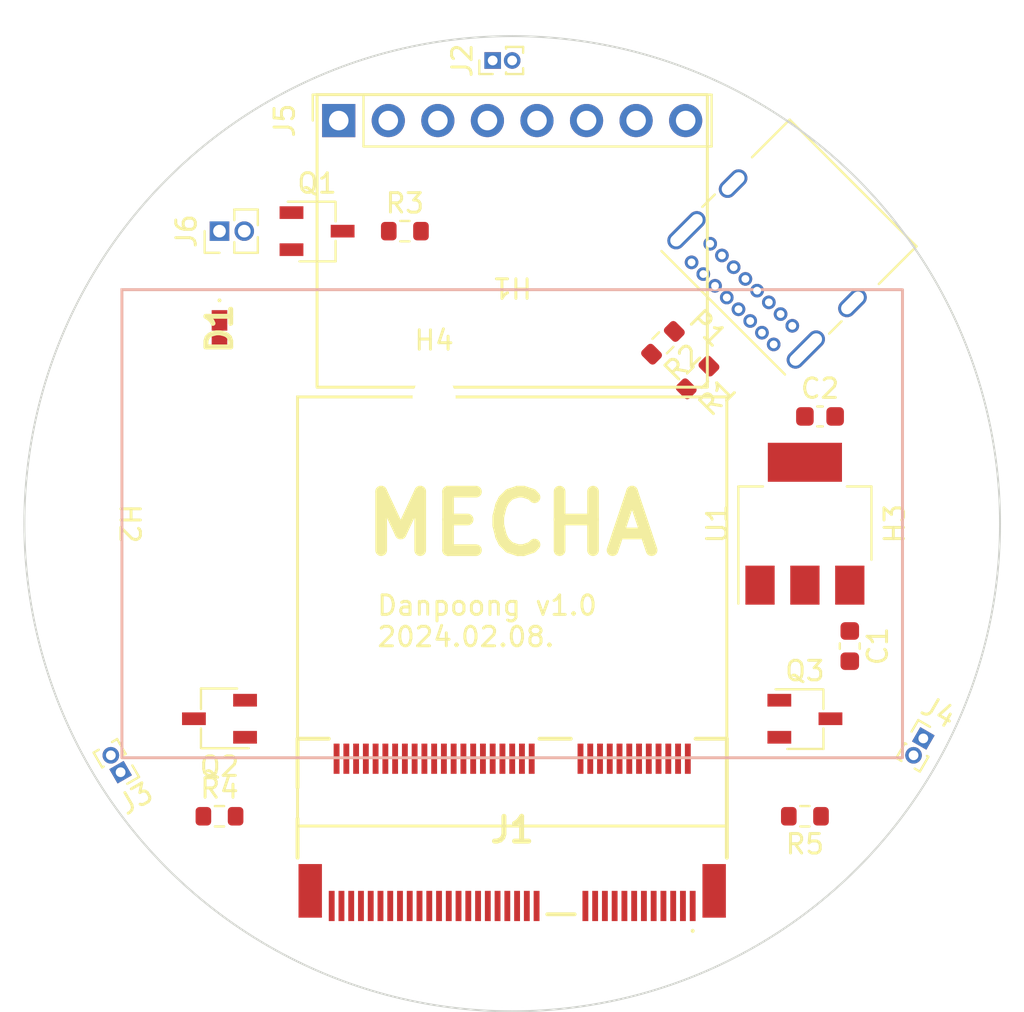
<source format=kicad_pcb>
(kicad_pcb (version 20221018) (generator pcbnew)
  (layers (0 "F.Cu" signal) (31 "B.Cu" signal) (34 "B.Paste" user) (35 "F.Paste" user) (36 "B.SilkS" user "B.Silkscreen") (37 "F.SilkS" user "F.Silkscreen") (38 "B.Mask" user) (39 "F.Mask" user) (44 "Edge.Cuts" user))
  (net 0 "")
  (net 1 "Net-(J1-GND-Pad1)")
  (net 2 "+3V3")
  (net 3 "/USB_D+")
  (net 4 "/USB_D-")
  (net 5 "/nRESET")
  (net 7 "+5V")
  (net 8 "/D0")
  (net 9 "/nBOOT")
  (net 10 "/SDA")
  (net 12 "/SCL")
  (net 15 "/TX1")
  (net 16 "/RX1")
  (net 25 "/A1")
  (net 26 "/G0")
  (net 28 "/SCL1")
  (net 30 "/SDA1")
  (net 31 "/PWM1")
  (net 32 "+BATT")
  (net 34 "/G4")
  (net 35 "/nCS")
  (net 36 "/G3")
  (net 38 "/MOSI")
  (net 40 "/MISO")
  (net 48 "/G6{slash}RTC")
  (net 49 "/G5{slash}RTC")
  (net 50 "GND")
  (net 51 "Net-(D1-K)")
  (net 52 "/BATT{slash}3")
  (net 53 "Net-(J2-Pin_1)")
  (net 54 "Net-(J3-Pin_1)")
  (net 55 "Net-(J4-Pin_1)")
  (net 56 "/INT")
  (net 57 "/ADO")
  (net 58 "/XCL")
  (net 59 "/XDA")
  (net 60 "Net-(P1-CC)")
  (net 61 "Net-(P1-VCONN)")
  (net 62 "/MOTOR1")
  (net 63 "/MOTOR2")
  (net 64 "/MOTOR3")
  (footprint "MountingHole:MountingHole_2.2mm_M2_DIN965" (layer "F.Cu") (at 100 85 180)
    (fp_text reference "H1" (at 0 -2.9 180 unlocked) (layer "F.SilkS"))
    (fp_text value "Mount")
    (pad "" np_thru_hole circle (at 0 0 180) (size 2.2 2.2) (drill 2.2) (layers "*.Cu" "*.Mask"))
  )
  (footprint "Package_TO_SOT_SMD:TSOT-23" (layer "F.Cu") (at 90 85)
    (fp_text reference "Q1" (at 0 -2.45) (layer "F.SilkS"))
    (fp_text value "NMOS")
    (fp_line (start 0.93 -1.51) (end -1.5 -1.51) (stroke (width 0.12)) (layer "F.SilkS"))
    (fp_line (start 0.95 -1.5) (end 0.95 -0.5) (stroke (width 0.12)) (layer "F.SilkS"))
    (fp_line (start 0.95 0.5) (end 0.95 1.55) (stroke (width 0.12)) (layer "F.SilkS"))
    (fp_line (start 0.95 1.55) (end -0.9 1.55) (stroke (width 0.12)) (layer "F.SilkS"))
    (pad "1" smd rect (at -1.31 -0.95) (size 1.22 0.65) (layers "F.Cu" "F.Paste" "F.Mask") (net 32 "+BATT"))
    (pad "2" smd rect (at -1.31 0.95) (size 1.22 0.65) (layers "F.Cu" "F.Paste" "F.Mask") (net 62 "/MOTOR1"))
    (pad "3" smd rect (at 1.31 0) (size 1.22 0.65) (layers "F.Cu" "F.Paste" "F.Mask") (net 53 "Net-(J2-Pin_1)"))
  )
  (footprint "Capacitor_SMD:C_0603_1608Metric" (layer "F.Cu") (at 115.775 94.5)
    (fp_text reference "C2" (at 0 -1.43) (layer "F.SilkS"))
    (fp_text value "100u")
    (fp_line (start -0.14058 -0.51) (end 0.14058 -0.51) (stroke (width 0.12)) (layer "F.SilkS"))
    (fp_line (start -0.14058 0.51) (end 0.14058 0.51) (stroke (width 0.12)) (layer "F.SilkS"))
    (pad "1" smd roundrect (at -0.775 0) (size 0.9 0.95) (layers "F.Cu" "F.Paste" "F.Mask") (net 2 "+3V3"))
    (pad "2" smd roundrect (at 0.775 0) (size 0.9 0.95) (layers "F.Cu" "F.Paste" "F.Mask") (net 50 "GND"))
  )
  (footprint "Connector_PinHeader_1.00mm:PinHeader_1x02_P1.00mm_Vertical" (layer "F.Cu") (at 121.068 111.009 -30)
    (fp_text reference "J4" (at 0 -1.56 -30 unlocked) (layer "F.SilkS"))
    (fp_text value "MOTOR3")
    (fp_line (start -0.695 -0.685) (end 0 -0.685) (stroke (width 0.12)) (layer "F.SilkS"))
    (fp_line (start -0.695 0) (end -0.695 -0.685) (stroke (width 0.12)) (layer "F.SilkS"))
    (fp_line (start -0.695 0.685) (end -0.695 1.56) (stroke (width 0.12)) (layer "F.SilkS"))
    (fp_line (start -0.695 0.685) (end -0.608276 0.685) (stroke (width 0.12)) (layer "F.SilkS"))
    (fp_line (start -0.695 1.56) (end -0.394493 1.56) (stroke (width 0.12)) (layer "F.SilkS"))
    (fp_line (start 0.394493 1.56) (end 0.695 1.56) (stroke (width 0.12)) (layer "F.SilkS"))
    (fp_line (start 0.608276 0.685) (end 0.695 0.685) (stroke (width 0.12)) (layer "F.SilkS"))
    (fp_line (start 0.695 0.685) (end 0.695 1.56) (stroke (width 0.12)) (layer "F.SilkS"))
    (pad "1" thru_hole rect (at 0 0 330) (size 0.85 0.85) (drill 0.5) (layers "*.Cu" "*.Mask") (net 55 "Net-(J4-Pin_1)"))
    (pad "2" thru_hole oval (at 0 1 330) (size 0.85 0.85) (drill 0.5) (layers "*.Cu" "*.Mask") (net 50 "GND"))
  )
  (footprint "Resistor_SMD:R_0603_1608Metric" (layer "F.Cu") (at 109.5 92.5 -135)
    (fp_text reference "R1" (at 0 -1.43 45) (layer "F.SilkS"))
    (fp_text value "5.1k")
    (fp_line (start -0.237258 -0.5225) (end 0.237258 -0.5225) (stroke (width 0.12)) (layer "F.SilkS"))
    (fp_line (start -0.237258 0.5225) (end 0.237258 0.5225) (stroke (width 0.12)) (layer "F.SilkS"))
    (pad "1" smd roundrect (at -0.825 0 225) (size 0.8 0.95) (layers "F.Cu" "F.Paste" "F.Mask") (net 60 "Net-(P1-CC)"))
    (pad "2" smd roundrect (at 0.825 0 225) (size 0.8 0.95) (layers "F.Cu" "F.Paste" "F.Mask") (net 50 "GND"))
  )
  (footprint "Resistor_SMD:R_0603_1608Metric" (layer "F.Cu") (at 107.725162 90.725162 -135)
    (fp_text reference "R2" (at 0 -1.43 45) (layer "F.SilkS"))
    (fp_text value "5.1k")
    (fp_line (start -0.237258 -0.5225) (end 0.237258 -0.5225) (stroke (width 0.12)) (layer "F.SilkS"))
    (fp_line (start -0.237258 0.5225) (end 0.237258 0.5225) (stroke (width 0.12)) (layer "F.SilkS"))
    (pad "1" smd roundrect (at -0.825 0 225) (size 0.8 0.95) (layers "F.Cu" "F.Paste" "F.Mask") (net 61 "Net-(P1-VCONN)"))
    (pad "2" smd roundrect (at 0.825 0 225) (size 0.8 0.95) (layers "F.Cu" "F.Paste" "F.Mask") (net 50 "GND"))
  )
  (footprint "Resistor_SMD:R_0603_1608Metric" (layer "F.Cu") (at 115 115 180)
    (fp_text reference "R5" (at 0 -1.43) (layer "F.SilkS"))
    (fp_text value "100k")
    (fp_line (start -0.237258 -0.5225) (end 0.237258 -0.5225) (stroke (width 0.12)) (layer "F.SilkS"))
    (fp_line (start -0.237258 0.5225) (end 0.237258 0.5225) (stroke (width 0.12)) (layer "F.SilkS"))
    (pad "1" smd roundrect (at -0.825 0 180) (size 0.8 0.95) (layers "F.Cu" "F.Paste" "F.Mask") (net 55 "Net-(J4-Pin_1)"))
    (pad "2" smd roundrect (at 0.825 0 180) (size 0.8 0.95) (layers "F.Cu" "F.Paste" "F.Mask") (net 50 "GND"))
  )
  (footprint "Connector_PinSocket_2.54mm:PinSocket_1x08_P2.54mm_Vertical" (layer "F.Cu") (at 91.11 79.33 90)
    (fp_text reference "J5" (at 0 -2.77 90) (layer "F.SilkS"))
    (fp_text value "IMU")
    (fp_line (start -1.33 1.27) (end -1.33 19.11) (stroke (width 0.12)) (layer "F.SilkS"))
    (fp_line (start -1.33 1.27) (end 1.33 1.27) (stroke (width 0.12)) (layer "F.SilkS"))
    (fp_line (start -1.33 19.11) (end 1.33 19.11) (stroke (width 0.12)) (layer "F.SilkS"))
    (fp_line (start 0 -1.33) (end 1.33 -1.33) (stroke (width 0.12)) (layer "F.SilkS"))
    (fp_line (start 1.33 -1.33) (end 1.33 0) (stroke (width 0.12)) (layer "F.SilkS"))
    (fp_line (start 1.33 1.27) (end 1.33 19.11) (stroke (width 0.12)) (layer "F.SilkS"))
    (pad "1" thru_hole rect (at 0 0 90) (size 1.7 1.7) (drill 1) (layers "*.Cu" "*.Mask") (net 56 "/INT"))
    (pad "2" thru_hole oval (at 0 2.54 90) (size 1.7 1.7) (drill 1) (layers "*.Cu" "*.Mask") (net 57 "/ADO"))
    (pad "3" thru_hole oval (at 0 5.08 90) (size 1.7 1.7) (drill 1) (layers "*.Cu" "*.Mask") (net 58 "/XCL"))
    (pad "4" thru_hole oval (at 0 7.62 90) (size 1.7 1.7) (drill 1) (layers "*.Cu" "*.Mask") (net 59 "/XDA"))
    (pad "5" thru_hole oval (at 0 10.16 90) (size 1.7 1.7) (drill 1) (layers "*.Cu" "*.Mask") (net 10 "/SDA"))
    (pad "6" thru_hole oval (at 0 12.7 90) (size 1.7 1.7) (drill 1) (layers "*.Cu" "*.Mask") (net 12 "/SCL"))
    (pad "7" thru_hole oval (at 0 15.24 90) (size 1.7 1.7) (drill 1) (layers "*.Cu" "*.Mask") (net 50 "GND"))
    (pad "8" thru_hole oval (at 0 17.78 90) (size 1.7 1.7) (drill 1) (layers "*.Cu" "*.Mask") (net 2 "+3V3"))
  )
  (footprint "MountingHole:MountingHole_2.2mm_M2_DIN965" (layer "F.Cu") (at 122.5 100 90)
    (fp_text reference "H3" (at 0 -2.9 90) (layer "F.SilkS"))
    (fp_text value "Mount")
    (pad "" np_thru_hole circle (at 0 0 90) (size 2.2 2.2) (drill 2.2) (layers "*.Cu" "*.Mask"))
  )
  (footprint "SamacSys_Parts:PMEG2020EPK315" (layer "F.Cu") (at 85 90 -90)
    (fp_text reference "D1" (at 0 0 90) (layer "F.SilkS") (effects (font (size 1.27 1.27) (thickness 0.254))))
    (fp_text value "D_Schottky" hide)
    (fp_line (start -1.5 0) (end -1.5 0) (stroke (width 0.1)) (layer "F.SilkS"))
    (fp_line (start -1.4 0) (end -1.4 0) (stroke (width 0.1)) (layer "F.SilkS"))
    (fp_arc (start -1.5 0) (mid -1.45 -0.05) (end -1.4 0) (stroke (width 0.1)) (layer "F.SilkS"))
    (fp_arc (start -1.4 0) (mid -1.45 0.05) (end -1.5 0) (stroke (width 0.1)) (layer "F.SilkS"))
    (pad "1" smd rect (at -0.425 0) (size 0.8 1.05) (layers "F.Cu" "F.Paste" "F.Mask") (net 51 "Net-(D1-K)"))
    (pad "2" smd rect (at 0.625 0 270) (size 0.65 0.8) (layers "F.Cu" "F.Paste" "F.Mask") (net 32 "+BATT"))
  )
  (footprint "Package_TO_SOT_SMD:SOT-223-3_TabPin2" (layer "F.Cu") (at 115 100 90)
    (fp_text reference "U1" (at 0 -4.5 90) (layer "F.SilkS"))
    (fp_text value "TLV1117-33")
    (fp_line (start -4.1 -3.41) (end 1.91 -3.41) (stroke (width 0.12)) (layer "F.SilkS"))
    (fp_line (start -1.85 3.41) (end 1.91 3.41) (stroke (width 0.12)) (layer "F.SilkS"))
    (fp_line (start 1.91 -3.41) (end 1.91 -2.15) (stroke (width 0.12)) (layer "F.SilkS"))
    (fp_line (start 1.91 3.41) (end 1.91 2.15) (stroke (width 0.12)) (layer "F.SilkS"))
    (pad "1" smd rect (at -3.15 -2.3 90) (size 2 1.5) (layers "F.Cu" "F.Paste" "F.Mask") (net 50 "GND"))
    (pad "2" smd rect (at -3.15 0 90) (size 2 1.5) (layers "F.Cu" "F.Paste" "F.Mask") (net 2 "+3V3"))
    (pad "2" smd rect (at 3.15 0 90) (size 2 3.8) (layers "F.Cu" "F.Paste" "F.Mask") (net 2 "+3V3"))
    (pad "3" smd rect (at -3.15 2.3 90) (size 2 1.5) (layers "F.Cu" "F.Paste" "F.Mask") (net 32 "+BATT"))
  )
  (footprint "Resistor_SMD:R_0603_1608Metric" (layer "F.Cu") (at 94.5 85)
    (fp_text reference "R3" (at 0 -1.43) (layer "F.SilkS"))
    (fp_text value "100k")
    (fp_line (start -0.237258 -0.5225) (end 0.237258 -0.5225) (stroke (width 0.12)) (layer "F.SilkS"))
    (fp_line (start -0.237258 0.5225) (end 0.237258 0.5225) (stroke (width 0.12)) (layer "F.SilkS"))
    (pad "1" smd roundrect (at -0.825 0) (size 0.8 0.95) (layers "F.Cu" "F.Paste" "F.Mask") (net 53 "Net-(J2-Pin_1)"))
    (pad "2" smd roundrect (at 0.825 0) (size 0.8 0.95) (layers "F.Cu" "F.Paste" "F.Mask") (net 50 "GND"))
  )
  (footprint "MountingHole:MountingHole_2.2mm_M2_DIN965" (layer "F.Cu") (at 77.5 100 -90)
    (fp_text reference "H2" (at 0 -2.9 -90 unlocked) (layer "F.SilkS"))
    (fp_text value "Mount")
    (pad "" np_thru_hole circle (at 0 0 270) (size 2.2 2.2) (drill 2.2) (layers "*.Cu" "*.Mask"))
  )
  (footprint "Resistor_SMD:R_0603_1608Metric" (layer "F.Cu") (at 85 115)
    (fp_text reference "R4" (at 0 -1.43) (layer "F.SilkS"))
    (fp_text value "100k")
    (fp_line (start -0.237258 -0.5225) (end 0.237258 -0.5225) (stroke (width 0.12)) (layer "F.SilkS"))
    (fp_line (start -0.237258 0.5225) (end 0.237258 0.5225) (stroke (width 0.12)) (layer "F.SilkS"))
    (pad "1" smd roundrect (at -0.825 0) (size 0.8 0.95) (layers "F.Cu" "F.Paste" "F.Mask") (net 54 "Net-(J3-Pin_1)"))
    (pad "2" smd roundrect (at 0.825 0) (size 0.8 0.95) (layers "F.Cu" "F.Paste" "F.Mask") (net 50 "GND"))
  )
  (footprint "SamacSys_Parts:MDT275E03001" (layer "F.Cu") (at 100 115.525 180)
    (fp_text reference "J1" (at 0 -0.175) (layer "F.SilkS") (effects (font (size 1.27 1.27) (thickness 0.254))))
    (fp_text value "Bus_M.2_Socket_E" hide)
    (fp_line (start -11 -1.6) (end -11 4.5) (stroke (width 0.2)) (layer "F.SilkS"))
    (fp_line (start -11 4.5) (end -9.4 4.5) (stroke (width 0.2)) (layer "F.SilkS"))
    (fp_line (start -9.25 -5.4) (end -9.25 -5.4) (stroke (width 0.1)) (layer "F.SilkS"))
    (fp_line (start -9.25 -5.3) (end -9.25 -5.3) (stroke (width 0.1)) (layer "F.SilkS"))
    (fp_line (start -3.2 -4.5) (end -1.8 -4.5) (stroke (width 0.2)) (layer "F.SilkS"))
    (fp_line (start -3 4.5) (end -1.4 4.5) (stroke (width 0.2)) (layer "F.SilkS"))
    (fp_line (start 11 -1.6) (end 11 0.4) (stroke (width 0.2)) (layer "F.SilkS"))
    (fp_line (start 11 2) (end 11 4.5) (stroke (width 0.2)) (layer "F.SilkS"))
    (fp_line (start 11 4.5) (end 9.4 4.5) (stroke (width 0.2)) (layer "F.SilkS"))
    (fp_arc (start -9.25 -5.4) (mid -9.2 -5.35) (end -9.25 -5.3) (stroke (width 0.1)) (layer "F.SilkS"))
    (fp_arc (start -9.25 -5.3) (mid -9.3 -5.35) (end -9.25 -5.4) (stroke (width 0.1)) (layer "F.SilkS"))
    (pad "" np_thru_hole circle (at -10 1.2 180) (size 1.1 1.1) (drill 1.1) (layers "*.Cu" "*.Mask"))
    (pad "" np_thru_hole circle (at 10 1.2 180) (size 1.6 1.6) (drill 1.6) (layers "*.Cu" "*.Mask"))
    (pad "1" smd rect (at -9.25 -4.075 180) (size 0.3 1.55) (layers "F.Cu" "F.Paste" "F.Mask") (net 1 "Net-(J1-GND-Pad1)"))
    (pad "2" smd rect (at -9 3.475 180) (size 0.3 1.55) (layers "F.Cu" "F.Paste" "F.Mask") (net 2 "+3V3"))
    (pad "3" smd rect (at -8.75 -4.075 180) (size 0.3 1.55) (layers "F.Cu" "F.Paste" "F.Mask") (net 3 "/USB_D+"))
    (pad "4" smd rect (at -8.5 3.475 180) (size 0.3 1.55) (layers "F.Cu" "F.Paste" "F.Mask") (net 2 "+3V3"))
    (pad "5" smd rect (at -8.25 -4.075 180) (size 0.3 1.55) (layers "F.Cu" "F.Paste" "F.Mask") (net 4 "/USB_D-"))
    (pad "6" smd rect (at -8 3.475 180) (size 0.3 1.55) (layers "F.Cu" "F.Paste" "F.Mask") (net 5 "/nRESET"))
    (pad "7" smd rect (at -7.75 -4.075 180) (size 0.3 1.55) (layers "F.Cu" "F.Paste" "F.Mask") (net 1 "Net-(J1-GND-Pad1)"))
    (pad "8" smd rect (at -7.5 3.475 180) (size 0.3 1.55) (layers "F.Cu" "F.Paste" "F.Mask"))
    (pad "9" smd rect (at -7.25 -4.075 180) (size 0.3 1.55) (layers "F.Cu" "F.Paste" "F.Mask") (net 7 "+5V"))
    (pad "10" smd rect (at -7 3.475 180) (size 0.3 1.55) (layers "F.Cu" "F.Paste" "F.Mask") (net 8 "/D0"))
    (pad "11" smd rect (at -6.75 -4.075 180) (size 0.3 1.55) (layers "F.Cu" "F.Paste" "F.Mask") (net 9 "/nBOOT"))
    (pad "12" smd rect (at -6.5 3.475 180) (size 0.3 1.55) (layers "F.Cu" "F.Paste" "F.Mask") (net 10 "/SDA"))
    (pad "13" smd rect (at -6.25 -4.075 180) (size 0.3 1.55) (layers "F.Cu" "F.Paste" "F.Mask"))
    (pad "14" smd rect (at -6 3.475 180) (size 0.3 1.55) (layers "F.Cu" "F.Paste" "F.Mask") (net 12 "/SCL"))
    (pad "15" smd rect (at -5.75 -4.075 180) (size 0.3 1.55) (layers "F.Cu" "F.Paste" "F.Mask"))
    (pad "16" smd rect (at -5.5 3.475 180) (size 0.3 1.55) (layers "F.Cu" "F.Paste" "F.Mask"))
    (pad "17" smd rect (at -5.25 -4.075 180) (size 0.3 1.55) (layers "F.Cu" "F.Paste" "F.Mask") (net 15 "/TX1"))
    (pad "18" smd rect (at -5 3.475 180) (size 0.3 1.55) (layers "F.Cu" "F.Paste" "F.Mask") (net 1 "Net-(J1-GND-Pad1)"))
    (pad "19" smd rect (at -4.75 -4.075 180) (size 0.3 1.55) (layers "F.Cu" "F.Paste" "F.Mask") (net 16 "/RX1"))
    (pad "20" smd rect (at -4.5 3.475 180) (size 0.3 1.55) (layers "F.Cu" "F.Paste" "F.Mask"))
    (pad "21" smd rect (at -4.25 -4.075 180) (size 0.3 1.55) (layers "F.Cu" "F.Paste" "F.Mask"))
    (pad "22" smd rect (at -4 3.475 180) (size 0.3 1.55) (layers "F.Cu" "F.Paste" "F.Mask"))
    (pad "23" smd rect (at -3.75 -4.075 180) (size 0.3 1.55) (layers "F.Cu" "F.Paste" "F.Mask"))
    (pad "24" smd rect (at -3.5 3.475 180) (size 0.3 1.55) (layers "F.Cu" "F.Paste" "F.Mask"))
    (pad "33" smd rect (at -1.25 -4.075 180) (size 0.3 1.55) (layers "F.Cu" "F.Paste" "F.Mask") (net 1 "Net-(J1-GND-Pad1)"))
    (pad "34" smd rect (at -1 3.475 180) (size 0.3 1.55) (layers "F.Cu" "F.Paste" "F.Mask"))
    (pad "35" smd rect (at -0.75 -4.075 180) (size 0.3 1.55) (layers "F.Cu" "F.Paste" "F.Mask"))
    (pad "36" smd rect (at -0.5 3.475 180) (size 0.3 1.55) (layers "F.Cu" "F.Paste" "F.Mask"))
    (pad "37" smd rect (at -0.25 -4.075 180) (size 0.3 1.55) (layers "F.Cu" "F.Paste" "F.Mask"))
    (pad "38" smd rect (at 0 3.475 180) (size 0.3 1.55) (layers "F.Cu" "F.Paste" "F.Mask") (net 25 "/A1"))
    (pad "39" smd rect (at 0.25 -4.075 180) (size 0.3 1.55) (layers "F.Cu" "F.Paste" "F.Mask") (net 1 "Net-(J1-GND-Pad1)"))
    (pad "40" smd rect (at 0.5 3.475 180) (size 0.3 1.55) (layers "F.Cu" "F.Paste" "F.Mask") (net 26 "/G0"))
    (pad "41" smd rect (at 0.75 -4.075 180) (size 0.3 1.55) (layers "F.Cu" "F.Paste" "F.Mask"))
    (pad "42" smd rect (at 1 3.475 180) (size 0.3 1.55) (layers "F.Cu" "F.Paste" "F.Mask") (net 28 "/SCL1"))
    (pad "43" smd rect (at 1.25 -4.075 180) (size 0.3 1.55) (layers "F.Cu" "F.Paste" "F.Mask"))
    (pad "44" smd rect (at 1.5 3.475 180) (size 0.3 1.55) (layers "F.Cu" "F.Paste" "F.Mask") (net 30 "/SDA1"))
    (pad "45" smd rect (at 1.75 -4.075 180) (size 0.3 1.55) (layers "F.Cu" "F.Paste" "F.Mask") (net 1 "Net-(J1-GND-Pad1)"))
    (pad "46" smd rect (at 2 3.475 180) (size 0.3 1.55) (layers "F.Cu" "F.Paste" "F.Mask") (net 15 "/TX1"))
    (pad "47" smd rect (at 2.25 -4.075 180) (size 0.3 1.55) (layers "F.Cu" "F.Paste" "F.Mask") (net 31 "/PWM1"))
    (pad "48" smd rect (at 2.5 3.475 180) (size 0.3 1.55) (layers "F.Cu" "F.Paste" "F.Mask") (net 16 "/RX1"))
    (pad "49" smd rect (at 2.75 -4.075 180) (size 0.3 1.55) (layers "F.Cu" "F.Paste" "F.Mask") (net 52 "/BATT{slash}3"))
    (pad "50" smd rect (at 3 3.475 180) (size 0.3 1.55) (layers "F.Cu" "F.Paste" "F.Mask"))
    (pad "51" smd rect (at 3.25 -4.075 180) (size 0.3 1.55) (layers "F.Cu" "F.Paste" "F.Mask") (net 1 "Net-(J1-GND-Pad1)"))
    (pad "52" smd rect (at 3.5 3.475 180) (size 0.3 1.55) (layers "F.Cu" "F.Paste" "F.Mask") (net 28 "/SCL1"))
    (pad "53" smd rect (at 3.75 -4.075 180) (size 0.3 1.55) (layers "F.Cu" "F.Paste" "F.Mask") (net 28 "/SCL1"))
    (pad "54" smd rect (at 4 3.475 180) (size 0.3 1.55) (layers "F.Cu" "F.Paste" "F.Mask") (net 34 "/G4"))
    (pad "55" smd rect (at 4.25 -4.075 180) (size 0.3 1.55) (layers "F.Cu" "F.Paste" "F.Mask") (net 35 "/nCS"))
    (pad "56" smd rect (at 4.5 3.475 180) (size 0.3 1.55) (layers "F.Cu" "F.Paste" "F.Mask") (net 36 "/G3"))
    (pad "57" smd rect (at 4.75 -4.075 180) (size 0.3 1.55) (layers "F.Cu" "F.Paste" "F.Mask") (net 1 "Net-(J1-GND-Pad1)"))
    (pad "58" smd rect (at 5 3.475 180) (size 0.3 1.55) (layers "F.Cu" "F.Paste" "F.Mask"))
    (pad "59" smd rect (at 5.25 -4.075 180) (size 0.3 1.55) (layers "F.Cu" "F.Paste" "F.Mask") (net 38 "/MOSI"))
    (pad "60" smd rect (at 5.5 3.475 180) (size 0.3 1.55) (layers "F.Cu" "F.Paste" "F.Mask"))
    (pad "61" smd rect (at 5.75 -4.075 180) (size 0.3 1.55) (layers "F.Cu" "F.Paste" "F.Mask") (net 40 "/MISO"))
    (pad "62" smd rect (at 6 3.475 180) (size 0.3 1.55) (layers "F.Cu" "F.Paste" "F.Mask"))
    (pad "63" smd rect (at 6.25 -4.075 180) (size 0.3 1.55) (layers "F.Cu" "F.Paste" "F.Mask") (net 1 "Net-(J1-GND-Pad1)"))
    (pad "64" smd rect (at 6.5 3.475 180) (size 0.3 1.55) (layers "F.Cu" "F.Paste" "F.Mask"))
    (pad "65" smd rect (at 6.75 -4.075 180) (size 0.3 1.55) (layers "F.Cu" "F.Paste" "F.Mask"))
    (pad "66" smd rect (at 7 3.475 180) (size 0.3 1.55) (layers "F.Cu" "F.Paste" "F.Mask"))
    (pad "67" smd rect (at 7.25 -4.075 180) (size 0.3 1.55) (layers "F.Cu" "F.Paste" "F.Mask"))
    (pad "68" smd rect (at 7.5 3.475 180) (size 0.3 1.55) (layers "F.Cu" "F.Paste" "F.Mask"))
    (pad "69" smd rect (at 7.75 -4.075 180) (size 0.3 1.55) (layers "F.Cu" "F.Paste" "F.Mask") (net 1 "Net-(J1-GND-Pad1)"))
    (pad "70" smd rect (at 8 3.475 180) (size 0.3 1.55) (layers "F.Cu" "F.Paste" "F.Mask"))
    (pad "71" smd rect (at 8.25 -4.075 180) (size 0.3 1.55) (layers "F.Cu" "F.Paste" "F.Mask") (net 48 "/G6{slash}RTC"))
    (pad "72" smd rect (at 8.5 3.475 180) (size 0.3 1.55) (layers "F.Cu" "F.Paste" "F.Mask") (net 2 "+3V3"))
    (pad "73" smd rect (at 8.75 -4.075 180) (size 0.3 1.55) (layers "F.Cu" "F.Paste" "F.Mask") (net 49 "/G5{slash}RTC"))
    (pad "74" smd rect (at 9 3.475 180) (size 0.3 1.55) (layers "F.Cu" "F.Paste" "F.Mask") (net 2 "+3V3"))
    (pad "75" smd rect (at 9.25 -4.075 180) (size 0.3 1.55) (layers "F.Cu" "F.Paste" "F.Mask") (net 1 "Net-(J1-GND-Pad1)"))
    (pad "MP1" smd rect (at -10.35 -3.3 180) (size 1.2 2.75) (layers "F.Cu" "F.Paste" "F.Mask"))
    (pad "MP2" smd rect (at 10.35 -3.3 180) (size 1.2 2.75) (layers "F.Cu" "F.Paste" "F.Mask"))
  )
  (footprint "Connector_PinHeader_1.00mm:PinHeader_1x02_P1.00mm_Vertical" (layer "F.Cu") (at 79.932 112.741 -150)
    (fp_text reference "J3" (at 0 -1.56 30) (layer "F.SilkS"))
    (fp_text value "MOTOR2")
    (fp_line (start -0.695 -0.685) (end 0 -0.685) (stroke (width 0.12)) (layer "F.SilkS"))
    (fp_line (start -0.695 0) (end -0.695 -0.685) (stroke (width 0.12)) (layer "F.SilkS"))
    (fp_line (start -0.695 0.685) (end -0.695 1.56) (stroke (width 0.12)) (layer "F.SilkS"))
    (fp_line (start -0.695 0.685) (end -0.608276 0.685) (stroke (width 0.12)) (layer "F.SilkS"))
    (fp_line (start -0.695 1.56) (end -0.394493 1.56) (stroke (width 0.12)) (layer "F.SilkS"))
    (fp_line (start 0.394493 1.56) (end 0.695 1.56) (stroke (width 0.12)) (layer "F.SilkS"))
    (fp_line (start 0.608276 0.685) (end 0.695 0.685) (stroke (width 0.12)) (layer "F.SilkS"))
    (fp_line (start 0.695 0.685) (end 0.695 1.56) (stroke (width 0.12)) (layer "F.SilkS"))
    (pad "1" thru_hole rect (at 0 0 210) (size 0.85 0.85) (drill 0.5) (layers "*.Cu" "*.Mask") (net 54 "Net-(J3-Pin_1)"))
    (pad "2" thru_hole oval (at 0 1 210) (size 0.85 0.85) (drill 0.5) (layers "*.Cu" "*.Mask") (net 50 "GND"))
  )
  (footprint "Package_TO_SOT_SMD:TSOT-23" (layer "F.Cu") (at 115 110)
    (fp_text reference "Q3" (at 0 -2.45) (layer "F.SilkS"))
    (fp_text value "NMOS")
    (fp_line (start 0.93 -1.51) (end -1.5 -1.51) (stroke (width 0.12)) (layer "F.SilkS"))
    (fp_line (start 0.95 -1.5) (end 0.95 -0.5) (stroke (width 0.12)) (layer "F.SilkS"))
    (fp_line (start 0.95 0.5) (end 0.95 1.55) (stroke (width 0.12)) (layer "F.SilkS"))
    (fp_line (start 0.95 1.55) (end -0.9 1.55) (stroke (width 0.12)) (layer "F.SilkS"))
    (pad "1" smd rect (at -1.31 -0.95) (size 1.22 0.65) (layers "F.Cu" "F.Paste" "F.Mask") (net 32 "+BATT"))
    (pad "2" smd rect (at -1.31 0.95) (size 1.22 0.65) (layers "F.Cu" "F.Paste" "F.Mask") (net 64 "/MOTOR3"))
    (pad "3" smd rect (at 1.31 0) (size 1.22 0.65) (layers "F.Cu" "F.Paste" "F.Mask") (net 55 "Net-(J4-Pin_1)"))
  )
  (footprint "Connector_USB:USB_C_Receptacle_GCT_USB4085" (layer "F.Cu") (at 113.4 90.808 135)
    (fp_text reference "P1" (at 2.975 -1.8 135) (layer "F.SilkS"))
    (fp_text value "USB_C_Plug_USB2.0")
    (fp_line (start -1.62 2.4) (end -1.62 3.3) (stroke (width 0.12)) (layer "F.SilkS"))
    (fp_line (start -1.62 6) (end -1.62 8.73) (stroke (width 0.12)) (layer "F.SilkS"))
    (fp_line (start -1.62 8.73) (end 7.57 8.73) (stroke (width 0.12)) (layer "F.SilkS"))
    (fp_line (start -1.5 -0.68) (end 7.45 -0.68) (stroke (width 0.12)) (layer "F.SilkS"))
    (fp_line (start 7.57 2.4) (end 7.57 3.3) (stroke (width 0.12)) (layer "F.SilkS"))
    (fp_line (start 7.57 6) (end 7.57 8.73) (stroke (width 0.12)) (layer "F.SilkS"))
    (pad "A1" thru_hole circle (at 0 0 135) (size 0.7 0.7) (drill 0.4) (layers "*.Cu" "*.Mask") (net 50 "GND"))
    (pad "A4" thru_hole circle (at 0.85 0 135) (size 0.7 0.7) (drill 0.4) (layers "*.Cu" "*.Mask") (net 32 "+BATT"))
    (pad "A5" thru_hole circle (at 1.7 0 135) (size 0.7 0.7) (drill 0.4) (layers "*.Cu" "*.Mask") (net 60 "Net-(P1-CC)"))
    (pad "A6" thru_hole circle (at 2.55 0 135) (size 0.7 0.7) (drill 0.4) (layers "*.Cu" "*.Mask") (net 3 "/USB_D+"))
    (pad "A7" thru_hole circle (at 3.4 0 135) (size 0.7 0.7) (drill 0.4) (layers "*.Cu" "*.Mask") (net 4 "/USB_D-"))
    (pad "A8" thru_hole circle (at 4.25 0 135) (size 0.7 0.7) (drill 0.4) (layers "*.Cu" "*.Mask"))
    (pad "A9" thru_hole circle (at 5.1 0 135) (size 0.7 0.7) (drill 0.4) (layers "*.Cu" "*.Mask") (net 32 "+BATT"))
    (pad "A12" thru_hole circle (at 5.95 0 135) (size 0.7 0.7) (drill 0.4) (layers "*.Cu" "*.Mask") (net 50 "GND"))
    (pad "B1" thru_hole circle (at 5.95 1.35 135) (size 0.7 0.7) (drill 0.4) (layers "*.Cu" "*.Mask") (net 50 "GND"))
    (pad "B4" thru_hole circle (at 5.1 1.35 135) (size 0.7 0.7) (drill 0.4) (layers "*.Cu" "*.Mask") (net 32 "+BATT"))
    (pad "B5" thru_hole circle (at 4.25 1.35 135) (size 0.7 0.7) (drill 0.4) (layers "*.Cu" "*.Mask") (net 61 "Net-(P1-VCONN)"))
    (pad "B6" thru_hole circle (at 3.4 1.35 135) (size 0.7 0.7) (drill 0.4) (layers "*.Cu" "*.Mask"))
    (pad "B7" thru_hole circle (at 2.55 1.35 135) (size 0.7 0.7) (drill 0.4) (layers "*.Cu" "*.Mask"))
    (pad "B8" thru_hole circle (at 1.7 1.35 135) (size 0.7 0.7) (drill 0.4) (layers "*.Cu" "*.Mask"))
    (pad "B9" thru_hole circle (at 0.85 1.35 135) (size 0.7 0.7) (drill 0.4) (layers "*.Cu" "*.Mask") (net 32 "+BATT"))
    (pad "B12" thru_hole circle (at 0 1.35 135) (size 0.7 0.7) (drill 0.4) (layers "*.Cu" "*.Mask") (net 50 "GND"))
    (pad "S1" thru_hole oval (at -1.35 0.98 135) (size 0.9 2.4) (drill oval 0.6 2.1) (layers "*.Cu" "*.Mask") (net 50 "GND"))
    (pad "S1" thru_hole oval (at -1.35 4.36 135) (size 0.9 1.7) (drill oval 0.6 1.4) (layers "*.Cu" "*.Mask") (net 50 "GND"))
    (pad "S1" thru_hole oval (at 7.3 0.98 135) (size 0.9 2.4) (drill oval 0.6 2.1) (layers "*.Cu" "*.Mask") (net 50 "GND"))
    (pad "S1" thru_hole oval (at 7.3 4.36 135) (size 0.9 1.7) (drill oval 0.6 1.4) (layers "*.Cu" "*.Mask") (net 50 "GND"))
  )
  (footprint "Connector_PinHeader_1.00mm:PinHeader_1x02_P1.00mm_Vertical" (layer "F.Cu") (at 99 76.25 90)
    (fp_text reference "J2" (at 0 -1.56 90) (layer "F.SilkS"))
    (fp_text value "MOTOR1")
    (fp_line (start -0.695 -0.685) (end 0 -0.685) (stroke (width 0.12)) (layer "F.SilkS"))
    (fp_line (start -0.695 0) (end -0.695 -0.685) (stroke (width 0.12)) (layer "F.SilkS"))
    (fp_line (start -0.695 0.685) (end -0.695 1.56) (stroke (width 0.12)) (layer "F.SilkS"))
    (fp_line (start -0.695 0.685) (end -0.608276 0.685) (stroke (width 0.12)) (layer "F.SilkS"))
    (fp_line (start -0.695 1.56) (end -0.394493 1.56) (stroke (width 0.12)) (layer "F.SilkS"))
    (fp_line (start 0.394493 1.56) (end 0.695 1.56) (stroke (width 0.12)) (layer "F.SilkS"))
    (fp_line (start 0.608276 0.685) (end 0.695 0.685) (stroke (width 0.12)) (layer "F.SilkS"))
    (fp_line (start 0.695 0.685) (end 0.695 1.56) (stroke (width 0.12)) (layer "F.SilkS"))
    (pad "1" thru_hole rect (at 0 0 90) (size 0.85 0.85) (drill 0.5) (layers "*.Cu" "*.Mask") (net 53 "Net-(J2-Pin_1)"))
    (pad "2" thru_hole oval (at 0 1 90) (size 0.85 0.85) (drill 0.5) (layers "*.Cu" "*.Mask") (net 50 "GND"))
  )
  (footprint "Package_TO_SOT_SMD:TSOT-23" (layer "F.Cu") (at 85 110 180)
    (fp_text reference "Q2" (at 0 -2.45) (layer "F.SilkS"))
    (fp_text value "NMOS")
    (fp_line (start 0.93 -1.51) (end -1.5 -1.51) (stroke (width 0.12)) (layer "F.SilkS"))
    (fp_line (start 0.95 -1.5) (end 0.95 -0.5) (stroke (width 0.12)) (layer "F.SilkS"))
    (fp_line (start 0.95 0.5) (end 0.95 1.55) (stroke (width 0.12)) (layer "F.SilkS"))
    (fp_line (start 0.95 1.55) (end -0.9 1.55) (stroke (width 0.12)) (layer "F.SilkS"))
    (pad "1" smd rect (at -1.31 -0.95 180) (size 1.22 0.65) (layers "F.Cu" "F.Paste" "F.Mask") (net 32 "+BATT"))
    (pad "2" smd rect (at -1.31 0.95 180) (size 1.22 0.65) (layers "F.Cu" "F.Paste" "F.Mask") (net 63 "/MOTOR2"))
    (pad "3" smd rect (at 1.31 0 180) (size 1.22 0.65) (layers "F.Cu" "F.Paste" "F.Mask") (net 54 "Net-(J3-Pin_1)"))
  )
  (footprint "Capacitor_SMD:C_0603_1608Metric" (layer "F.Cu") (at 117.3 106.275 -90)
    (fp_text reference "C1" (at 0 -1.43 90) (layer "F.SilkS"))
    (fp_text value "10u")
    (fp_line (start -0.14058 -0.51) (end 0.14058 -0.51) (stroke (width 0.12)) (layer "F.SilkS"))
    (fp_line (start -0.14058 0.51) (end 0.14058 0.51) (stroke (width 0.12)) (layer "F.SilkS"))
    (pad "1" smd roundrect (at -0.775 0 270) (size 0.9 0.95) (layers "F.Cu" "F.Paste" "F.Mask") (net 32 "+BATT"))
    (pad "2" smd roundrect (at 0.775 0 270) (size 0.9 0.95) (layers "F.Cu" "F.Paste" "F.Mask") (net 50 "GND"))
  )
  (footprint "MountingHole:MountingHole_2.2mm_M2_DIN965" (layer "F.Cu") (at 96 93.5)
    (fp_text reference "H4" (at 0 -2.9) (layer "F.SilkS"))
    (fp_text value "M.2")
    (pad "" np_thru_hole circle (at 0 0) (size 2.2 2.2) (drill 2.2) (layers "*.Cu" "*.Mask"))
  )
  (footprint "Connector_PinHeader_1.27mm:PinHeader_1x02_P1.27mm_Vertical" (layer "F.Cu") (at 85 85 90)
    (fp_text reference "J6" (at 0 -1.695 90) (layer "F.SilkS"))
    (fp_text value "BATT")
    (fp_line (start -1.11 -0.76) (end 0 -0.76) (stroke (width 0.12)) (layer "F.SilkS"))
    (fp_line (start -1.11 0) (end -1.11 -0.76) (stroke (width 0.12)) (layer "F.SilkS"))
    (fp_line (start -1.11 0.76) (end -1.11 1.965) (stroke (width 0.12)) (layer "F.SilkS"))
    (fp_line (start -1.11 0.76) (end -0.563471 0.76) (stroke (width 0.12)) (layer "F.SilkS"))
    (fp_line (start -1.11 1.965) (end -0.30753 1.965) (stroke (width 0.12)) (layer "F.SilkS"))
    (fp_line (start 0.30753 1.965) (end 1.11 1.965) (stroke (width 0.12)) (layer "F.SilkS"))
    (fp_line (start 0.563471 0.76) (end 1.11 0.76) (stroke (width 0.12)) (layer "F.SilkS"))
    (fp_line (start 1.11 0.76) (end 1.11 1.965) (stroke (width 0.12)) (layer "F.SilkS"))
    (pad "1" thru_hole rect (at 0 0 90) (size 1 1) (drill 0.65) (layers "*.Cu" "*.Mask") (net 51 "Net-(D1-K)"))
    (pad "2" thru_hole oval (at 0 1.27 90) (size 1 1) (drill 0.65) (layers "*.Cu" "*.Mask") (net 50 "GND"))
  )
  (gr_rect (start 80 88) (end 120 112) (stroke (width 0.15)) (fill none) (layer "B.SilkS"))
  (gr_rect (start 90 78) (end 110 93) (stroke (width 0.15)) (fill none) (layer "F.SilkS"))
  (gr_rect (start 89 93.5) (end 111 115.5) (stroke (width 0.15)) (fill none) (layer "F.SilkS"))
  (gr_circle (center 100 100) (end 125 100) (stroke (width 0.1)) (fill none) (layer "Edge.Cuts"))
  (gr_text "Danpoong v1.0\n2024.02.08." (at 93 105) (layer "F.SilkS") (effects (font (size 1 1)) (justify left)))
  (gr_text "MECHA" (at 100 100) (layer "F.SilkS") (effects (font (size 3 3) (thickness 0.6) bold)))
)
</source>
